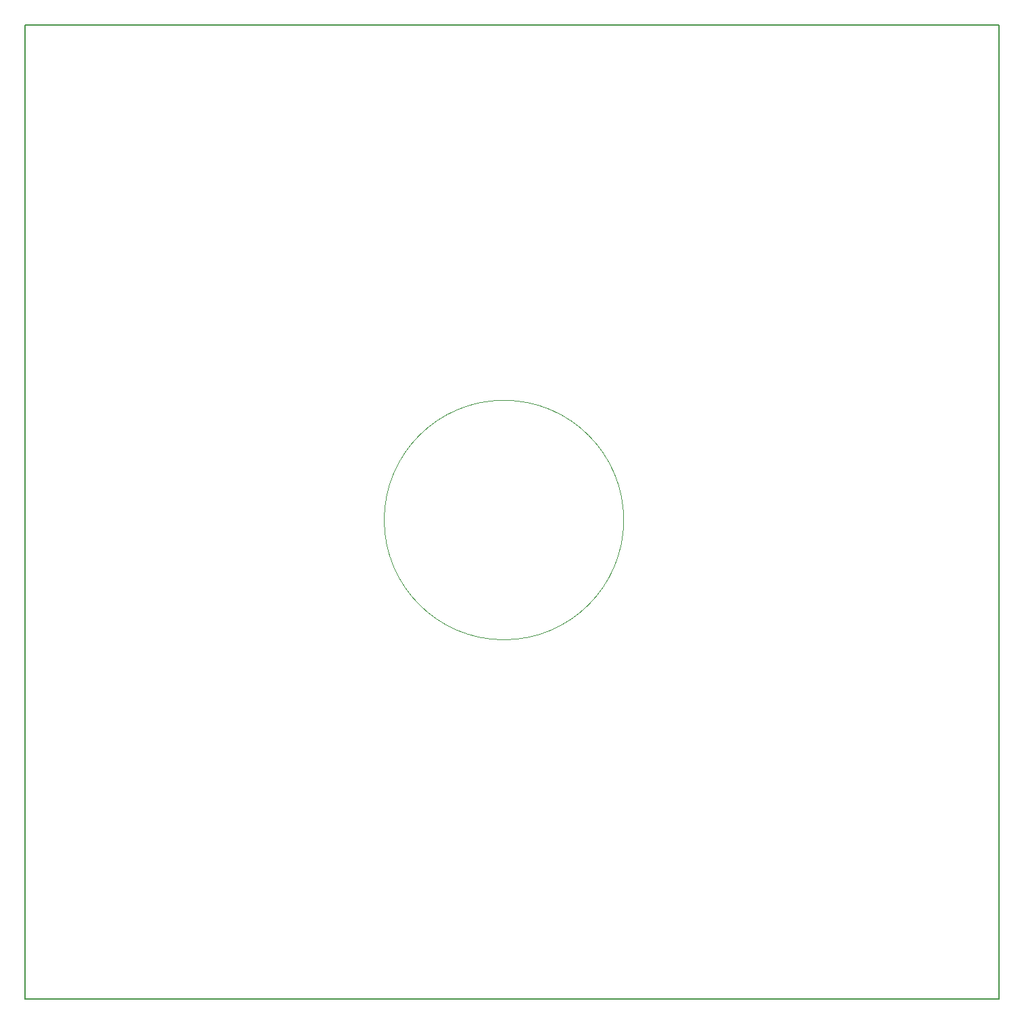
<source format=gbr>
%TF.GenerationSoftware,KiCad,Pcbnew,8.0.3*%
%TF.CreationDate,2024-06-21T15:41:34+08:00*%
%TF.ProjectId,pcb,7063622e-6b69-4636-9164-5f7063625858,rev?*%
%TF.SameCoordinates,Original*%
%TF.FileFunction,Profile,NP*%
%FSLAX46Y46*%
G04 Gerber Fmt 4.6, Leading zero omitted, Abs format (unit mm)*
G04 Created by KiCad (PCBNEW 8.0.3) date 2024-06-21 15:41:34*
%MOMM*%
%LPD*%
G01*
G04 APERTURE LIST*
%TA.AperFunction,Profile*%
%ADD10C,0.150000*%
%TD*%
%TA.AperFunction,Profile*%
%ADD11C,0.120000*%
%TD*%
G04 APERTURE END LIST*
D10*
X63000000Y-38000000D02*
X185000000Y-38000000D01*
X185000000Y-160000000D01*
X63000000Y-160000000D01*
X63000000Y-38000000D01*
D11*
%TO.C,M1*%
X138000000Y-100000000D02*
G75*
G02*
X108000000Y-100000000I-15000000J0D01*
G01*
X108000000Y-100000000D02*
G75*
G02*
X138000000Y-100000000I15000000J0D01*
G01*
%TD*%
M02*

</source>
